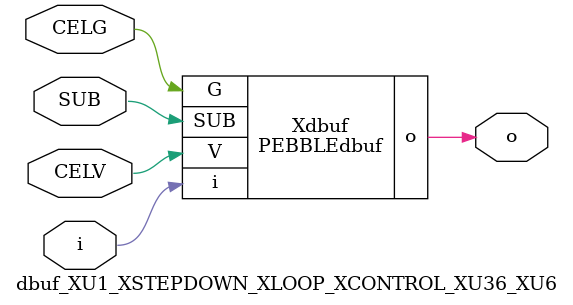
<source format=v>



module PEBBLEdbuf ( o, G, SUB, V, i );

  input V;
  input i;
  input G;
  output o;
  input SUB;
endmodule

//Celera Confidential Do Not Copy dbuf_XU1_XSTEPDOWN_XLOOP_XCONTROL_XU36_XU6
//Celera Confidential Symbol Generator
//Digital Buffer
module dbuf_XU1_XSTEPDOWN_XLOOP_XCONTROL_XU36_XU6 (CELV,CELG,i,o,SUB);
input CELV;
input CELG;
input i;
input SUB;
output o;

//Celera Confidential Do Not Copy dbuf
PEBBLEdbuf Xdbuf(
.V (CELV),
.i (i),
.o (o),
.SUB (SUB),
.G (CELG)
);
//,diesize,PEBBLEdbuf

//Celera Confidential Do Not Copy Module End
//Celera Schematic Generator
endmodule

</source>
